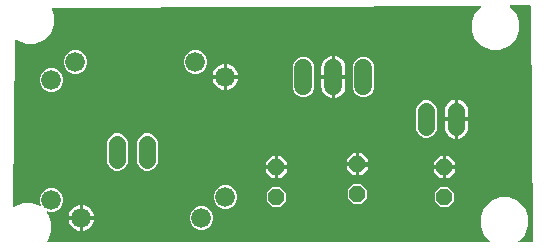
<source format=gbr>
G04 EAGLE Gerber RS-274X export*
G75*
%MOMM*%
%FSLAX34Y34*%
%LPD*%
%INBottom Copper*%
%IPPOS*%
%AMOC8*
5,1,8,0,0,1.08239X$1,22.5*%
G01*
%ADD10C,1.422400*%
%ADD11P,1.429621X8X112.500000*%
%ADD12C,1.676400*%
%ADD13C,1.524000*%
%ADD14C,0.152400*%

G36*
X406601Y10172D02*
X406601Y10172D01*
X406672Y10174D01*
X406721Y10192D01*
X406773Y10200D01*
X406836Y10234D01*
X406903Y10259D01*
X406944Y10291D01*
X406990Y10316D01*
X407039Y10368D01*
X407095Y10412D01*
X407124Y10456D01*
X407159Y10494D01*
X407190Y10559D01*
X407228Y10619D01*
X407241Y10670D01*
X407263Y10717D01*
X407271Y10788D01*
X407288Y10858D01*
X407284Y10910D01*
X407290Y10961D01*
X407275Y11032D01*
X407269Y11103D01*
X407249Y11151D01*
X407238Y11202D01*
X407201Y11263D01*
X407173Y11329D01*
X407128Y11385D01*
X407112Y11413D01*
X407094Y11428D01*
X407068Y11460D01*
X402009Y16520D01*
X398939Y23930D01*
X398939Y31950D01*
X402009Y39360D01*
X407680Y45031D01*
X415090Y48101D01*
X423110Y48101D01*
X430520Y45031D01*
X436191Y39360D01*
X439261Y31950D01*
X439261Y23930D01*
X436191Y16520D01*
X431132Y11460D01*
X431090Y11402D01*
X431041Y11350D01*
X431019Y11303D01*
X430988Y11261D01*
X430967Y11192D01*
X430937Y11127D01*
X430931Y11075D01*
X430916Y11025D01*
X430918Y10954D01*
X430910Y10883D01*
X430921Y10832D01*
X430922Y10780D01*
X430947Y10712D01*
X430962Y10642D01*
X430989Y10597D01*
X431007Y10549D01*
X431052Y10493D01*
X431088Y10431D01*
X431128Y10397D01*
X431160Y10357D01*
X431221Y10318D01*
X431275Y10271D01*
X431324Y10252D01*
X431367Y10224D01*
X431437Y10206D01*
X431503Y10179D01*
X431575Y10171D01*
X431606Y10163D01*
X431629Y10165D01*
X431670Y10161D01*
X442852Y10161D01*
X442876Y10165D01*
X442900Y10162D01*
X442997Y10184D01*
X443094Y10200D01*
X443116Y10212D01*
X443140Y10217D01*
X443224Y10269D01*
X443312Y10316D01*
X443329Y10333D01*
X443349Y10346D01*
X443413Y10422D01*
X443481Y10494D01*
X443491Y10516D01*
X443507Y10535D01*
X443543Y10627D01*
X443585Y10717D01*
X443588Y10741D01*
X443596Y10764D01*
X443613Y10931D01*
X441325Y209907D01*
X441322Y209924D01*
X441324Y209941D01*
X441301Y210044D01*
X441282Y210149D01*
X441274Y210164D01*
X441270Y210182D01*
X441215Y210272D01*
X441165Y210365D01*
X441152Y210377D01*
X441143Y210392D01*
X441062Y210460D01*
X440984Y210532D01*
X440968Y210539D01*
X440955Y210551D01*
X440856Y210590D01*
X440760Y210633D01*
X440743Y210635D01*
X440726Y210641D01*
X440559Y210659D01*
X424297Y210569D01*
X424228Y210557D01*
X424158Y210555D01*
X424108Y210536D01*
X424054Y210527D01*
X423993Y210494D01*
X423927Y210471D01*
X423885Y210437D01*
X423837Y210411D01*
X423790Y210360D01*
X423735Y210317D01*
X423706Y210271D01*
X423669Y210232D01*
X423640Y210169D01*
X423602Y210110D01*
X423589Y210057D01*
X423567Y210008D01*
X423559Y209939D01*
X423542Y209871D01*
X423547Y209818D01*
X423541Y209764D01*
X423556Y209696D01*
X423561Y209626D01*
X423583Y209576D01*
X423594Y209524D01*
X423631Y209464D01*
X423658Y209400D01*
X423705Y209341D01*
X423722Y209313D01*
X423739Y209299D01*
X423763Y209269D01*
X428571Y204460D01*
X431641Y197050D01*
X431641Y189030D01*
X428571Y181620D01*
X422900Y175949D01*
X415490Y172879D01*
X407470Y172879D01*
X400060Y175949D01*
X394389Y181620D01*
X391319Y189030D01*
X391319Y197050D01*
X394389Y204460D01*
X399054Y209126D01*
X399097Y209185D01*
X399148Y209239D01*
X399168Y209285D01*
X399197Y209325D01*
X399219Y209396D01*
X399250Y209463D01*
X399255Y209513D01*
X399270Y209560D01*
X399268Y209634D01*
X399276Y209707D01*
X399265Y209756D01*
X399263Y209806D01*
X399238Y209876D01*
X399222Y209948D01*
X399196Y209990D01*
X399179Y210037D01*
X399133Y210095D01*
X399095Y210158D01*
X399057Y210190D01*
X399025Y210229D01*
X398963Y210269D01*
X398907Y210317D01*
X398860Y210335D01*
X398818Y210362D01*
X398747Y210380D01*
X398678Y210407D01*
X398611Y210415D01*
X398580Y210422D01*
X398555Y210420D01*
X398511Y210425D01*
X36474Y208410D01*
X36431Y208403D01*
X36388Y208405D01*
X36311Y208383D01*
X36232Y208369D01*
X36193Y208349D01*
X36151Y208336D01*
X36086Y208291D01*
X36015Y208253D01*
X35985Y208221D01*
X35949Y208196D01*
X35902Y208132D01*
X35847Y208074D01*
X35829Y208034D01*
X35802Y207999D01*
X35778Y207923D01*
X35744Y207850D01*
X35740Y207807D01*
X35726Y207765D01*
X35727Y207685D01*
X35719Y207605D01*
X35728Y207563D01*
X35729Y207519D01*
X35769Y207378D01*
X35772Y207365D01*
X35774Y207363D01*
X35775Y207358D01*
X37941Y202130D01*
X37941Y194110D01*
X34871Y186700D01*
X29200Y181029D01*
X21790Y177959D01*
X13770Y177959D01*
X6360Y181029D01*
X5946Y181443D01*
X5891Y181482D01*
X5843Y181529D01*
X5792Y181554D01*
X5746Y181586D01*
X5681Y181606D01*
X5621Y181635D01*
X5565Y181642D01*
X5511Y181659D01*
X5443Y181657D01*
X5377Y181665D01*
X5321Y181654D01*
X5265Y181652D01*
X5202Y181629D01*
X5136Y181616D01*
X5087Y181587D01*
X5034Y181568D01*
X4981Y181526D01*
X4923Y181492D01*
X4886Y181450D01*
X4842Y181414D01*
X4805Y181358D01*
X4761Y181307D01*
X4739Y181255D01*
X4709Y181207D01*
X4692Y181142D01*
X4666Y181080D01*
X4657Y181001D01*
X4649Y180969D01*
X4650Y180948D01*
X4646Y180914D01*
X3016Y40766D01*
X3023Y40717D01*
X3021Y40666D01*
X3042Y40596D01*
X3053Y40523D01*
X3076Y40479D01*
X3090Y40430D01*
X3132Y40370D01*
X3165Y40305D01*
X3201Y40270D01*
X3230Y40228D01*
X3289Y40184D01*
X3341Y40133D01*
X3387Y40111D01*
X3427Y40081D01*
X3497Y40059D01*
X3563Y40027D01*
X3613Y40021D01*
X3661Y40005D01*
X3735Y40006D01*
X3807Y39997D01*
X3857Y40007D01*
X3907Y40008D01*
X4023Y40041D01*
X4048Y40046D01*
X4056Y40051D01*
X4068Y40054D01*
X11230Y43021D01*
X19250Y43021D01*
X25646Y40372D01*
X25716Y40355D01*
X25783Y40329D01*
X25835Y40327D01*
X25885Y40315D01*
X25957Y40322D01*
X26028Y40319D01*
X26078Y40334D01*
X26130Y40338D01*
X26196Y40368D01*
X26265Y40388D01*
X26307Y40417D01*
X26355Y40438D01*
X26408Y40487D01*
X26467Y40528D01*
X26498Y40570D01*
X26536Y40605D01*
X26571Y40668D01*
X26613Y40725D01*
X26629Y40775D01*
X26655Y40820D01*
X26667Y40891D01*
X26690Y40959D01*
X26689Y41011D01*
X26698Y41062D01*
X26688Y41133D01*
X26687Y41205D01*
X26667Y41274D01*
X26663Y41306D01*
X26652Y41327D01*
X26640Y41366D01*
X25653Y43749D01*
X25653Y47691D01*
X27161Y51332D01*
X29948Y54119D01*
X33589Y55627D01*
X37531Y55627D01*
X41172Y54119D01*
X43959Y51332D01*
X45467Y47691D01*
X45467Y43749D01*
X43959Y40108D01*
X41172Y37321D01*
X37531Y35813D01*
X33589Y35813D01*
X32360Y36322D01*
X32266Y36345D01*
X32173Y36373D01*
X32146Y36373D01*
X32121Y36379D01*
X32024Y36369D01*
X31927Y36367D01*
X31902Y36358D01*
X31876Y36355D01*
X31787Y36316D01*
X31696Y36282D01*
X31675Y36266D01*
X31651Y36255D01*
X31580Y36190D01*
X31504Y36129D01*
X31489Y36107D01*
X31470Y36089D01*
X31423Y36003D01*
X31371Y35922D01*
X31364Y35896D01*
X31352Y35874D01*
X31334Y35778D01*
X31311Y35683D01*
X31313Y35657D01*
X31308Y35631D01*
X31322Y35535D01*
X31330Y35438D01*
X31340Y35414D01*
X31344Y35388D01*
X31388Y35301D01*
X31426Y35212D01*
X31446Y35186D01*
X31455Y35169D01*
X31479Y35146D01*
X31531Y35081D01*
X32331Y34280D01*
X35401Y26870D01*
X35401Y18850D01*
X32324Y11421D01*
X32310Y11402D01*
X32261Y11350D01*
X32239Y11303D01*
X32208Y11261D01*
X32187Y11192D01*
X32157Y11127D01*
X32151Y11075D01*
X32136Y11026D01*
X32138Y10954D01*
X32130Y10883D01*
X32141Y10832D01*
X32142Y10780D01*
X32167Y10712D01*
X32182Y10642D01*
X32209Y10598D01*
X32227Y10549D01*
X32272Y10493D01*
X32308Y10431D01*
X32348Y10397D01*
X32380Y10357D01*
X32441Y10318D01*
X32495Y10271D01*
X32544Y10252D01*
X32587Y10224D01*
X32657Y10206D01*
X32723Y10179D01*
X32795Y10171D01*
X32826Y10163D01*
X32849Y10165D01*
X32890Y10161D01*
X406530Y10161D01*
X406601Y10172D01*
G37*
%LPC*%
G36*
X297901Y133095D02*
X297901Y133095D01*
X294540Y134487D01*
X291967Y137060D01*
X290575Y140421D01*
X290575Y159299D01*
X291967Y162660D01*
X294540Y165233D01*
X297901Y166625D01*
X301539Y166625D01*
X304900Y165233D01*
X307473Y162660D01*
X308865Y159299D01*
X308865Y140421D01*
X307473Y137060D01*
X304900Y134487D01*
X301539Y133095D01*
X297901Y133095D01*
G37*
%LPD*%
%LPC*%
G36*
X247101Y133095D02*
X247101Y133095D01*
X243740Y134487D01*
X241167Y137060D01*
X239775Y140421D01*
X239775Y159299D01*
X241167Y162660D01*
X243740Y165233D01*
X247101Y166625D01*
X250739Y166625D01*
X254100Y165233D01*
X256673Y162660D01*
X258065Y159299D01*
X258065Y140421D01*
X256673Y137060D01*
X254100Y134487D01*
X250739Y133095D01*
X247101Y133095D01*
G37*
%LPD*%
%LPC*%
G36*
X89722Y70611D02*
X89722Y70611D01*
X86548Y71926D01*
X84118Y74356D01*
X82803Y77530D01*
X82803Y95190D01*
X84118Y98364D01*
X86548Y100794D01*
X89722Y102109D01*
X93158Y102109D01*
X96332Y100794D01*
X98762Y98364D01*
X100077Y95190D01*
X100077Y77530D01*
X98762Y74356D01*
X96332Y71926D01*
X93158Y70611D01*
X89722Y70611D01*
G37*
%LPD*%
%LPC*%
G36*
X351342Y98551D02*
X351342Y98551D01*
X348168Y99866D01*
X345738Y102296D01*
X344423Y105470D01*
X344423Y123130D01*
X345738Y126304D01*
X348168Y128734D01*
X351342Y130049D01*
X354778Y130049D01*
X357952Y128734D01*
X360382Y126304D01*
X361697Y123130D01*
X361697Y105470D01*
X360382Y102296D01*
X357952Y99866D01*
X354778Y98551D01*
X351342Y98551D01*
G37*
%LPD*%
%LPC*%
G36*
X115122Y70611D02*
X115122Y70611D01*
X111948Y71926D01*
X109518Y74356D01*
X108203Y77530D01*
X108203Y95190D01*
X109518Y98364D01*
X111948Y100794D01*
X115122Y102109D01*
X118558Y102109D01*
X121732Y100794D01*
X124162Y98364D01*
X125477Y95190D01*
X125477Y77530D01*
X124162Y74356D01*
X121732Y71926D01*
X118558Y70611D01*
X115122Y70611D01*
G37*
%LPD*%
%LPC*%
G36*
X155509Y152653D02*
X155509Y152653D01*
X151868Y154161D01*
X149081Y156948D01*
X147573Y160589D01*
X147573Y164531D01*
X149081Y168172D01*
X151868Y170959D01*
X155509Y172467D01*
X159451Y172467D01*
X163092Y170959D01*
X165879Y168172D01*
X167387Y164531D01*
X167387Y160589D01*
X165879Y156948D01*
X163092Y154161D01*
X159451Y152653D01*
X155509Y152653D01*
G37*
%LPD*%
%LPC*%
G36*
X53909Y152653D02*
X53909Y152653D01*
X50268Y154161D01*
X47481Y156948D01*
X45973Y160589D01*
X45973Y164531D01*
X47481Y168172D01*
X50268Y170959D01*
X53909Y172467D01*
X57851Y172467D01*
X61492Y170959D01*
X64279Y168172D01*
X65787Y164531D01*
X65787Y160589D01*
X64279Y156948D01*
X61492Y154161D01*
X57851Y152653D01*
X53909Y152653D01*
G37*
%LPD*%
%LPC*%
G36*
X33589Y137413D02*
X33589Y137413D01*
X29948Y138921D01*
X27161Y141708D01*
X25653Y145349D01*
X25653Y149291D01*
X27161Y152932D01*
X29948Y155719D01*
X33589Y157227D01*
X37531Y157227D01*
X41172Y155719D01*
X43959Y152932D01*
X45467Y149291D01*
X45467Y145349D01*
X43959Y141708D01*
X41172Y138921D01*
X37531Y137413D01*
X33589Y137413D01*
G37*
%LPD*%
%LPC*%
G36*
X180909Y38353D02*
X180909Y38353D01*
X177268Y39861D01*
X174481Y42648D01*
X172973Y46289D01*
X172973Y50231D01*
X174481Y53872D01*
X177268Y56659D01*
X180909Y58167D01*
X184851Y58167D01*
X188492Y56659D01*
X191279Y53872D01*
X192787Y50231D01*
X192787Y46289D01*
X191279Y42648D01*
X188492Y39861D01*
X184851Y38353D01*
X180909Y38353D01*
G37*
%LPD*%
%LPC*%
G36*
X160589Y20573D02*
X160589Y20573D01*
X156948Y22081D01*
X154161Y24868D01*
X152653Y28509D01*
X152653Y32451D01*
X154161Y36092D01*
X156948Y38879D01*
X160589Y40387D01*
X164531Y40387D01*
X168172Y38879D01*
X170959Y36092D01*
X172467Y32451D01*
X172467Y28509D01*
X170959Y24868D01*
X168172Y22081D01*
X164531Y20573D01*
X160589Y20573D01*
G37*
%LPD*%
%LPC*%
G36*
X291273Y42671D02*
X291273Y42671D01*
X286511Y47433D01*
X286511Y54167D01*
X291273Y58929D01*
X298007Y58929D01*
X302769Y54167D01*
X302769Y47433D01*
X298007Y42671D01*
X291273Y42671D01*
G37*
%LPD*%
%LPC*%
G36*
X222693Y40131D02*
X222693Y40131D01*
X217931Y44893D01*
X217931Y51627D01*
X222693Y56389D01*
X229427Y56389D01*
X234189Y51627D01*
X234189Y44893D01*
X229427Y40131D01*
X222693Y40131D01*
G37*
%LPD*%
%LPC*%
G36*
X364933Y40131D02*
X364933Y40131D01*
X360171Y44893D01*
X360171Y51627D01*
X364933Y56389D01*
X371667Y56389D01*
X376429Y51627D01*
X376429Y44893D01*
X371667Y40131D01*
X364933Y40131D01*
G37*
%LPD*%
%LPC*%
G36*
X275843Y151383D02*
X275843Y151383D01*
X275843Y167526D01*
X276699Y167391D01*
X278220Y166896D01*
X279645Y166170D01*
X280939Y165230D01*
X282070Y164099D01*
X283010Y162805D01*
X283736Y161380D01*
X284231Y159859D01*
X284481Y158280D01*
X284481Y151383D01*
X275843Y151383D01*
G37*
%LPD*%
%LPC*%
G36*
X275843Y148337D02*
X275843Y148337D01*
X284481Y148337D01*
X284481Y141440D01*
X284231Y139861D01*
X283736Y138340D01*
X283010Y136915D01*
X282070Y135621D01*
X280939Y134490D01*
X279645Y133550D01*
X278220Y132824D01*
X276699Y132329D01*
X275843Y132194D01*
X275843Y148337D01*
G37*
%LPD*%
%LPC*%
G36*
X264159Y151383D02*
X264159Y151383D01*
X264159Y158280D01*
X264409Y159859D01*
X264904Y161380D01*
X265630Y162805D01*
X266570Y164099D01*
X267701Y165230D01*
X268995Y166170D01*
X270420Y166896D01*
X271941Y167391D01*
X272797Y167526D01*
X272797Y151383D01*
X264159Y151383D01*
G37*
%LPD*%
%LPC*%
G36*
X271941Y132329D02*
X271941Y132329D01*
X270420Y132824D01*
X268995Y133550D01*
X267701Y134490D01*
X266570Y135621D01*
X265630Y136915D01*
X264904Y138340D01*
X264409Y139861D01*
X264159Y141440D01*
X264159Y148337D01*
X272797Y148337D01*
X272797Y132194D01*
X271941Y132329D01*
G37*
%LPD*%
%LPC*%
G36*
X379983Y115823D02*
X379983Y115823D01*
X379983Y130944D01*
X380720Y130827D01*
X382165Y130358D01*
X383519Y129668D01*
X384748Y128775D01*
X385823Y127700D01*
X386716Y126471D01*
X387406Y125117D01*
X387875Y123672D01*
X388113Y122172D01*
X388113Y115823D01*
X379983Y115823D01*
G37*
%LPD*%
%LPC*%
G36*
X379983Y112777D02*
X379983Y112777D01*
X388113Y112777D01*
X388113Y106428D01*
X387875Y104928D01*
X387406Y103483D01*
X386716Y102129D01*
X385823Y100900D01*
X384748Y99825D01*
X383519Y98932D01*
X382165Y98242D01*
X380720Y97773D01*
X379983Y97656D01*
X379983Y112777D01*
G37*
%LPD*%
%LPC*%
G36*
X368807Y115823D02*
X368807Y115823D01*
X368807Y122172D01*
X369045Y123672D01*
X369514Y125117D01*
X370204Y126471D01*
X371097Y127700D01*
X372172Y128775D01*
X373401Y129668D01*
X374755Y130358D01*
X376200Y130827D01*
X376937Y130944D01*
X376937Y115823D01*
X368807Y115823D01*
G37*
%LPD*%
%LPC*%
G36*
X376200Y97773D02*
X376200Y97773D01*
X374755Y98242D01*
X373401Y98932D01*
X372172Y99825D01*
X371097Y100900D01*
X370204Y102129D01*
X369514Y103483D01*
X369045Y104928D01*
X368807Y106428D01*
X368807Y112777D01*
X376937Y112777D01*
X376937Y97656D01*
X376200Y97773D01*
G37*
%LPD*%
%LPC*%
G36*
X184403Y151383D02*
X184403Y151383D01*
X184403Y160678D01*
X185438Y160514D01*
X187073Y159982D01*
X188605Y159202D01*
X189996Y158191D01*
X191211Y156976D01*
X192222Y155585D01*
X193002Y154053D01*
X193534Y152418D01*
X193698Y151383D01*
X184403Y151383D01*
G37*
%LPD*%
%LPC*%
G36*
X62483Y32003D02*
X62483Y32003D01*
X62483Y41298D01*
X63518Y41134D01*
X65153Y40602D01*
X66685Y39822D01*
X68076Y38811D01*
X69291Y37596D01*
X70302Y36205D01*
X71082Y34673D01*
X71614Y33038D01*
X71778Y32003D01*
X62483Y32003D01*
G37*
%LPD*%
%LPC*%
G36*
X172062Y151383D02*
X172062Y151383D01*
X172226Y152418D01*
X172758Y154053D01*
X173538Y155585D01*
X174549Y156976D01*
X175764Y158191D01*
X177155Y159202D01*
X178687Y159982D01*
X180322Y160514D01*
X181357Y160678D01*
X181357Y151383D01*
X172062Y151383D01*
G37*
%LPD*%
%LPC*%
G36*
X184403Y148337D02*
X184403Y148337D01*
X193698Y148337D01*
X193534Y147302D01*
X193002Y145667D01*
X192222Y144135D01*
X191211Y142744D01*
X189996Y141529D01*
X188605Y140518D01*
X187073Y139738D01*
X185438Y139206D01*
X184403Y139042D01*
X184403Y148337D01*
G37*
%LPD*%
%LPC*%
G36*
X50142Y32003D02*
X50142Y32003D01*
X50306Y33038D01*
X50838Y34673D01*
X51618Y36205D01*
X52629Y37596D01*
X53844Y38811D01*
X55235Y39822D01*
X56767Y40602D01*
X58402Y41134D01*
X59437Y41298D01*
X59437Y32003D01*
X50142Y32003D01*
G37*
%LPD*%
%LPC*%
G36*
X62483Y28957D02*
X62483Y28957D01*
X71778Y28957D01*
X71614Y27922D01*
X71082Y26287D01*
X70302Y24755D01*
X69291Y23364D01*
X68076Y22149D01*
X66685Y21138D01*
X65153Y20358D01*
X63518Y19826D01*
X62483Y19662D01*
X62483Y28957D01*
G37*
%LPD*%
%LPC*%
G36*
X58402Y19826D02*
X58402Y19826D01*
X56767Y20358D01*
X55235Y21138D01*
X53844Y22149D01*
X52629Y23364D01*
X51618Y24755D01*
X50838Y26287D01*
X50306Y27922D01*
X50142Y28957D01*
X59437Y28957D01*
X59437Y19662D01*
X58402Y19826D01*
G37*
%LPD*%
%LPC*%
G36*
X180322Y139206D02*
X180322Y139206D01*
X178687Y139738D01*
X177155Y140518D01*
X175764Y141529D01*
X174549Y142744D01*
X173538Y144135D01*
X172758Y145667D01*
X172226Y147302D01*
X172062Y148337D01*
X181357Y148337D01*
X181357Y139042D01*
X180322Y139206D01*
G37*
%LPD*%
%LPC*%
G36*
X296163Y77723D02*
X296163Y77723D01*
X296163Y85345D01*
X298428Y85345D01*
X303785Y79988D01*
X303785Y77723D01*
X296163Y77723D01*
G37*
%LPD*%
%LPC*%
G36*
X227583Y75183D02*
X227583Y75183D01*
X227583Y82805D01*
X229848Y82805D01*
X235205Y77448D01*
X235205Y75183D01*
X227583Y75183D01*
G37*
%LPD*%
%LPC*%
G36*
X369823Y75183D02*
X369823Y75183D01*
X369823Y82805D01*
X372088Y82805D01*
X377445Y77448D01*
X377445Y75183D01*
X369823Y75183D01*
G37*
%LPD*%
%LPC*%
G36*
X296163Y67055D02*
X296163Y67055D01*
X296163Y74677D01*
X303785Y74677D01*
X303785Y72412D01*
X298428Y67055D01*
X296163Y67055D01*
G37*
%LPD*%
%LPC*%
G36*
X369823Y64515D02*
X369823Y64515D01*
X369823Y72137D01*
X377445Y72137D01*
X377445Y69872D01*
X372088Y64515D01*
X369823Y64515D01*
G37*
%LPD*%
%LPC*%
G36*
X227583Y64515D02*
X227583Y64515D01*
X227583Y72137D01*
X235205Y72137D01*
X235205Y69872D01*
X229848Y64515D01*
X227583Y64515D01*
G37*
%LPD*%
%LPC*%
G36*
X285495Y77723D02*
X285495Y77723D01*
X285495Y79988D01*
X290852Y85345D01*
X293117Y85345D01*
X293117Y77723D01*
X285495Y77723D01*
G37*
%LPD*%
%LPC*%
G36*
X216915Y75183D02*
X216915Y75183D01*
X216915Y77448D01*
X222272Y82805D01*
X224537Y82805D01*
X224537Y75183D01*
X216915Y75183D01*
G37*
%LPD*%
%LPC*%
G36*
X359155Y75183D02*
X359155Y75183D01*
X359155Y77448D01*
X364512Y82805D01*
X366777Y82805D01*
X366777Y75183D01*
X359155Y75183D01*
G37*
%LPD*%
%LPC*%
G36*
X290852Y67055D02*
X290852Y67055D01*
X285495Y72412D01*
X285495Y74677D01*
X293117Y74677D01*
X293117Y67055D01*
X290852Y67055D01*
G37*
%LPD*%
%LPC*%
G36*
X222272Y64515D02*
X222272Y64515D01*
X216915Y69872D01*
X216915Y72137D01*
X224537Y72137D01*
X224537Y64515D01*
X222272Y64515D01*
G37*
%LPD*%
%LPC*%
G36*
X364512Y64515D02*
X364512Y64515D01*
X359155Y69872D01*
X359155Y72137D01*
X366777Y72137D01*
X366777Y64515D01*
X364512Y64515D01*
G37*
%LPD*%
%LPC*%
G36*
X294639Y76199D02*
X294639Y76199D01*
X294639Y76201D01*
X294641Y76201D01*
X294641Y76199D01*
X294639Y76199D01*
G37*
%LPD*%
%LPC*%
G36*
X368299Y73659D02*
X368299Y73659D01*
X368299Y73661D01*
X368301Y73661D01*
X368301Y73659D01*
X368299Y73659D01*
G37*
%LPD*%
%LPC*%
G36*
X226059Y73659D02*
X226059Y73659D01*
X226059Y73661D01*
X226061Y73661D01*
X226061Y73659D01*
X226059Y73659D01*
G37*
%LPD*%
%LPC*%
G36*
X378459Y114299D02*
X378459Y114299D01*
X378459Y114301D01*
X378461Y114301D01*
X378461Y114299D01*
X378459Y114299D01*
G37*
%LPD*%
%LPC*%
G36*
X182879Y149859D02*
X182879Y149859D01*
X182879Y149861D01*
X182881Y149861D01*
X182881Y149859D01*
X182879Y149859D01*
G37*
%LPD*%
%LPC*%
G36*
X274319Y149859D02*
X274319Y149859D01*
X274319Y149861D01*
X274321Y149861D01*
X274321Y149859D01*
X274319Y149859D01*
G37*
%LPD*%
%LPC*%
G36*
X60959Y30479D02*
X60959Y30479D01*
X60959Y30481D01*
X60961Y30481D01*
X60961Y30479D01*
X60959Y30479D01*
G37*
%LPD*%
D10*
X353060Y107188D02*
X353060Y121412D01*
X378460Y121412D02*
X378460Y107188D01*
D11*
X226060Y48260D03*
X226060Y73660D03*
X294640Y50800D03*
X294640Y76200D03*
X368300Y48260D03*
X368300Y73660D03*
D12*
X55880Y162560D03*
X157480Y162560D03*
X182880Y48260D03*
X182880Y149860D03*
X60960Y30480D03*
X162560Y30480D03*
X35560Y45720D03*
X35560Y147320D03*
D13*
X248920Y142240D02*
X248920Y157480D01*
X274320Y157480D02*
X274320Y142240D01*
X299720Y142240D02*
X299720Y157480D01*
D10*
X91440Y93472D02*
X91440Y79248D01*
X116840Y79248D02*
X116840Y93472D01*
D14*
X146304Y30480D02*
X60960Y30480D01*
X146304Y30480D02*
X188976Y73152D01*
X225552Y73152D01*
X226060Y73660D01*
X182880Y79248D02*
X182880Y149860D01*
X182880Y79248D02*
X188976Y73152D01*
X297180Y74676D02*
X367284Y74676D01*
X297180Y74676D02*
X295656Y76200D01*
X367284Y74676D02*
X368300Y73660D01*
X295656Y76200D02*
X294640Y76200D01*
M02*

</source>
